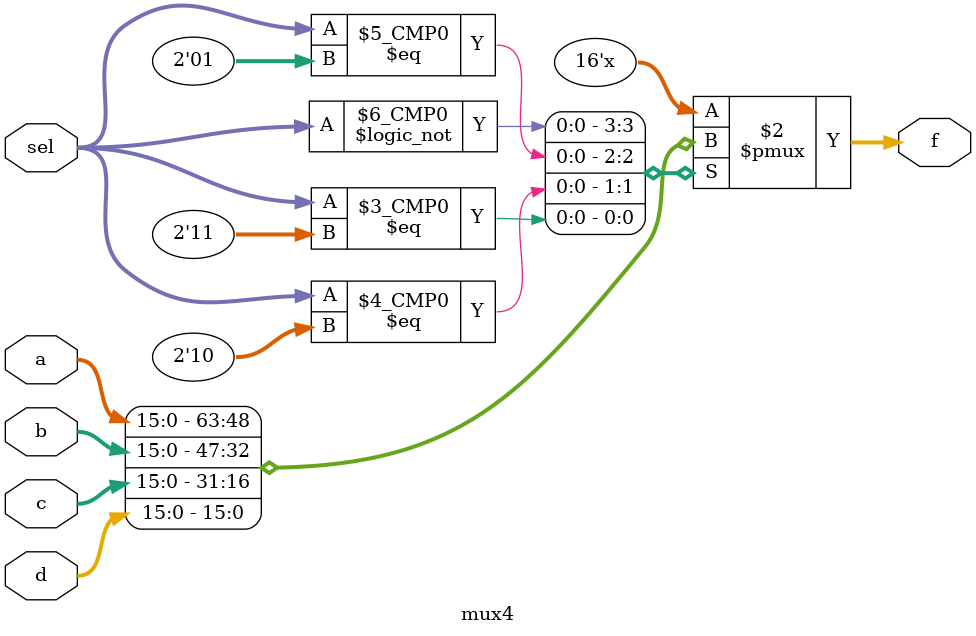
<source format=sv>
`timescale 1ns/1ps
/*
 * N-bit four input mux
 */
module mux4 #(parameter width = 16)
(
    input [1:0] sel,
    input [width-1:0] a, b, c, d,
    output logic [width-1:0] f
);


always_comb
begin
    case (sel)
        2'b00:
            f = a;
        2'b01:
            f = b;
        2'b10:
            f = c;
        2'b11:
            f = d;
    endcase
end

endmodule : mux4

</source>
